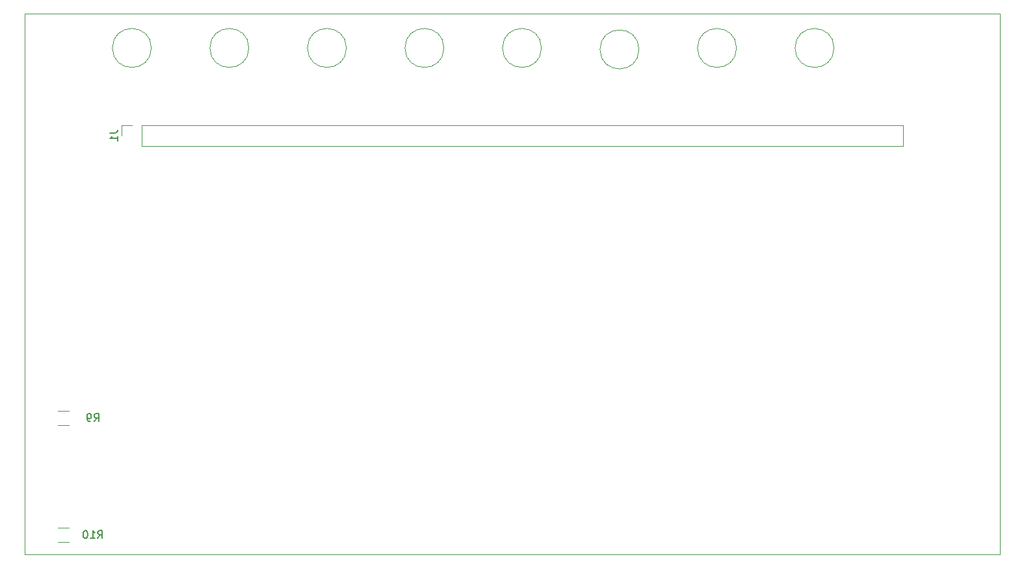
<source format=gbr>
G04 #@! TF.GenerationSoftware,KiCad,Pcbnew,5.1.8+dfsg1-1+b1*
G04 #@! TF.CreationDate,2021-07-07T17:01:25-05:00*
G04 #@! TF.ProjectId,front-panel,66726f6e-742d-4706-916e-656c2e6b6963,B*
G04 #@! TF.SameCoordinates,Original*
G04 #@! TF.FileFunction,Legend,Bot*
G04 #@! TF.FilePolarity,Positive*
%FSLAX46Y46*%
G04 Gerber Fmt 4.6, Leading zero omitted, Abs format (unit mm)*
G04 Created by KiCad (PCBNEW 5.1.8+dfsg1-1+b1) date 2021-07-07 17:01:25*
%MOMM*%
%LPD*%
G01*
G04 APERTURE LIST*
G04 #@! TA.AperFunction,Profile*
%ADD10C,0.050000*%
G04 #@! TD*
%ADD11C,0.120000*%
%ADD12C,0.150000*%
G04 APERTURE END LIST*
D10*
X177800000Y-60325000D02*
X177800000Y-130810000D01*
X50800000Y-60325000D02*
X50800000Y-130810000D01*
X50800000Y-130810000D02*
X177800000Y-130810000D01*
X92710000Y-64770000D02*
G75*
G03*
X92710000Y-64770000I-2540000J0D01*
G01*
X156210000Y-64770000D02*
G75*
G03*
X156210000Y-64770000I-2540000J0D01*
G01*
X143510000Y-64770000D02*
G75*
G03*
X143510000Y-64770000I-2540000J0D01*
G01*
X130810000Y-64960500D02*
G75*
G03*
X130810000Y-64960500I-2540000J0D01*
G01*
X118110000Y-64770000D02*
G75*
G03*
X118110000Y-64770000I-2540000J0D01*
G01*
X105410000Y-64770000D02*
G75*
G03*
X105410000Y-64770000I-2540000J0D01*
G01*
X80010000Y-64770000D02*
G75*
G03*
X80010000Y-64770000I-2540000J0D01*
G01*
X67310000Y-64770000D02*
G75*
G03*
X67310000Y-64770000I-2540000J0D01*
G01*
X177800000Y-60325000D02*
X50800000Y-60325000D01*
D11*
X56607064Y-127360000D02*
X55152936Y-127360000D01*
X56607064Y-129180000D02*
X55152936Y-129180000D01*
X56607064Y-112120000D02*
X55152936Y-112120000D01*
X56607064Y-113940000D02*
X55152936Y-113940000D01*
X165160000Y-74870000D02*
X165160000Y-77530000D01*
X66040000Y-74870000D02*
X165160000Y-74870000D01*
X66040000Y-77530000D02*
X165160000Y-77530000D01*
X66040000Y-74870000D02*
X66040000Y-77530000D01*
X64770000Y-74870000D02*
X63440000Y-74870000D01*
X63440000Y-74870000D02*
X63440000Y-76200000D01*
D12*
X60332857Y-128722380D02*
X60666190Y-128246190D01*
X60904285Y-128722380D02*
X60904285Y-127722380D01*
X60523333Y-127722380D01*
X60428095Y-127770000D01*
X60380476Y-127817619D01*
X60332857Y-127912857D01*
X60332857Y-128055714D01*
X60380476Y-128150952D01*
X60428095Y-128198571D01*
X60523333Y-128246190D01*
X60904285Y-128246190D01*
X59380476Y-128722380D02*
X59951904Y-128722380D01*
X59666190Y-128722380D02*
X59666190Y-127722380D01*
X59761428Y-127865238D01*
X59856666Y-127960476D01*
X59951904Y-128008095D01*
X58761428Y-127722380D02*
X58666190Y-127722380D01*
X58570952Y-127770000D01*
X58523333Y-127817619D01*
X58475714Y-127912857D01*
X58428095Y-128103333D01*
X58428095Y-128341428D01*
X58475714Y-128531904D01*
X58523333Y-128627142D01*
X58570952Y-128674761D01*
X58666190Y-128722380D01*
X58761428Y-128722380D01*
X58856666Y-128674761D01*
X58904285Y-128627142D01*
X58951904Y-128531904D01*
X58999523Y-128341428D01*
X58999523Y-128103333D01*
X58951904Y-127912857D01*
X58904285Y-127817619D01*
X58856666Y-127770000D01*
X58761428Y-127722380D01*
X59856666Y-113482380D02*
X60190000Y-113006190D01*
X60428095Y-113482380D02*
X60428095Y-112482380D01*
X60047142Y-112482380D01*
X59951904Y-112530000D01*
X59904285Y-112577619D01*
X59856666Y-112672857D01*
X59856666Y-112815714D01*
X59904285Y-112910952D01*
X59951904Y-112958571D01*
X60047142Y-113006190D01*
X60428095Y-113006190D01*
X59380476Y-113482380D02*
X59190000Y-113482380D01*
X59094761Y-113434761D01*
X59047142Y-113387142D01*
X58951904Y-113244285D01*
X58904285Y-113053809D01*
X58904285Y-112672857D01*
X58951904Y-112577619D01*
X58999523Y-112530000D01*
X59094761Y-112482380D01*
X59285238Y-112482380D01*
X59380476Y-112530000D01*
X59428095Y-112577619D01*
X59475714Y-112672857D01*
X59475714Y-112910952D01*
X59428095Y-113006190D01*
X59380476Y-113053809D01*
X59285238Y-113101428D01*
X59094761Y-113101428D01*
X58999523Y-113053809D01*
X58951904Y-113006190D01*
X58904285Y-112910952D01*
X61892380Y-75866666D02*
X62606666Y-75866666D01*
X62749523Y-75819047D01*
X62844761Y-75723809D01*
X62892380Y-75580952D01*
X62892380Y-75485714D01*
X62892380Y-76866666D02*
X62892380Y-76295238D01*
X62892380Y-76580952D02*
X61892380Y-76580952D01*
X62035238Y-76485714D01*
X62130476Y-76390476D01*
X62178095Y-76295238D01*
M02*

</source>
